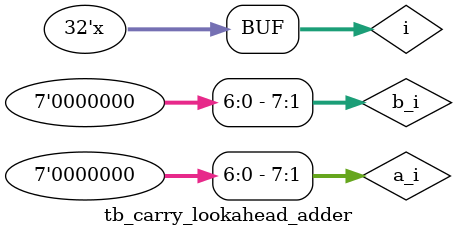
<source format=sv>
`timescale 1ns/1ps

module tb_carry_lookahead_adder;

    logic [7:0] a_i;
    logic [7:0] b_i;
    logic ci_i;
    
    logic [7:0] sum_o;
    logic [7:0] co_o;
    int i;
    
    carry_lookahead_adder sumador_prueba(
    
        .a_i(a_i),
        .b_i(b_i),
        .ci_i(ci_i),
        .sum_o(sum_o),
        .co_o(co_o)
    
    );
    
    initial begin 
    
        repeat(10)begin 
             
            a_i  =  $random;
            b_i  =  $random;
            ci_i =  $random;
            i= i+1;   
   
           #10;
            
        end
    end

endmodule
</source>
